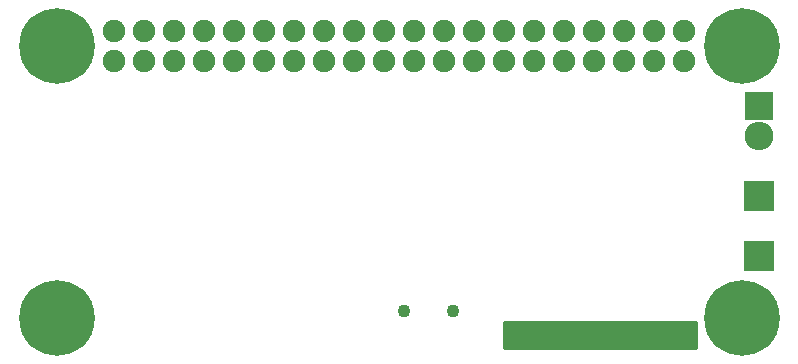
<source format=gbs>
G04 #@! TF.FileFunction,Soldermask,Bot*
%FSLAX46Y46*%
G04 Gerber Fmt 4.6, Leading zero omitted, Abs format (unit mm)*
G04 Created by KiCad (PCBNEW 4.0.0-stable) date Monday, July 11, 2016 'AMt' 01:19:22 AM*
%MOMM*%
G01*
G04 APERTURE LIST*
%ADD10C,0.100000*%
%ADD11C,1.900000*%
%ADD12C,6.400000*%
%ADD13R,2.432000X2.432000*%
%ADD14O,2.432000X2.432000*%
%ADD15R,2.635200X2.635200*%
%ADD16C,1.100000*%
%ADD17C,0.254000*%
G04 APERTURE END LIST*
D10*
D11*
X8370000Y25230000D03*
X8370000Y27770000D03*
X10910000Y25230000D03*
X13450000Y25230000D03*
X15990000Y25230000D03*
X18530000Y25230000D03*
X21070000Y25230000D03*
X23610000Y25230000D03*
X26150000Y25230000D03*
X28690000Y25230000D03*
X31230000Y25230000D03*
X33770000Y25230000D03*
X36310000Y25230000D03*
X38850000Y25230000D03*
X10910000Y27770000D03*
X13450000Y27770000D03*
X15990000Y27770000D03*
X18530000Y27770000D03*
X21070000Y27770000D03*
X23610000Y27770000D03*
X26150000Y27770000D03*
X28690000Y27770000D03*
X31230000Y27770000D03*
X33770000Y27770000D03*
X36310000Y27770000D03*
X38850000Y27770000D03*
X41390000Y25230000D03*
X43930000Y25230000D03*
X46470000Y25230000D03*
X49010000Y25230000D03*
X51550000Y25230000D03*
X54090000Y25230000D03*
X56630000Y25230000D03*
X56630000Y27770000D03*
X54090000Y27770000D03*
X51550000Y27770000D03*
X49010000Y27770000D03*
X46470000Y27770000D03*
X43930000Y27770000D03*
X41390000Y27770000D03*
D12*
X3500000Y3500000D03*
D13*
X62980000Y21420000D03*
D14*
X62980000Y18880000D03*
D15*
X62980000Y13800000D03*
X62980000Y8720000D03*
D12*
X3500000Y26500000D03*
X61500000Y26500000D03*
X61500000Y3500000D03*
D16*
X37075000Y4022849D03*
X32925000Y4022849D03*
D17*
G36*
X57623000Y877000D02*
X41377000Y877000D01*
X41377000Y3123000D01*
X57623000Y3123000D01*
X57623000Y877000D01*
X57623000Y877000D01*
G37*
X57623000Y877000D02*
X41377000Y877000D01*
X41377000Y3123000D01*
X57623000Y3123000D01*
X57623000Y877000D01*
M02*

</source>
